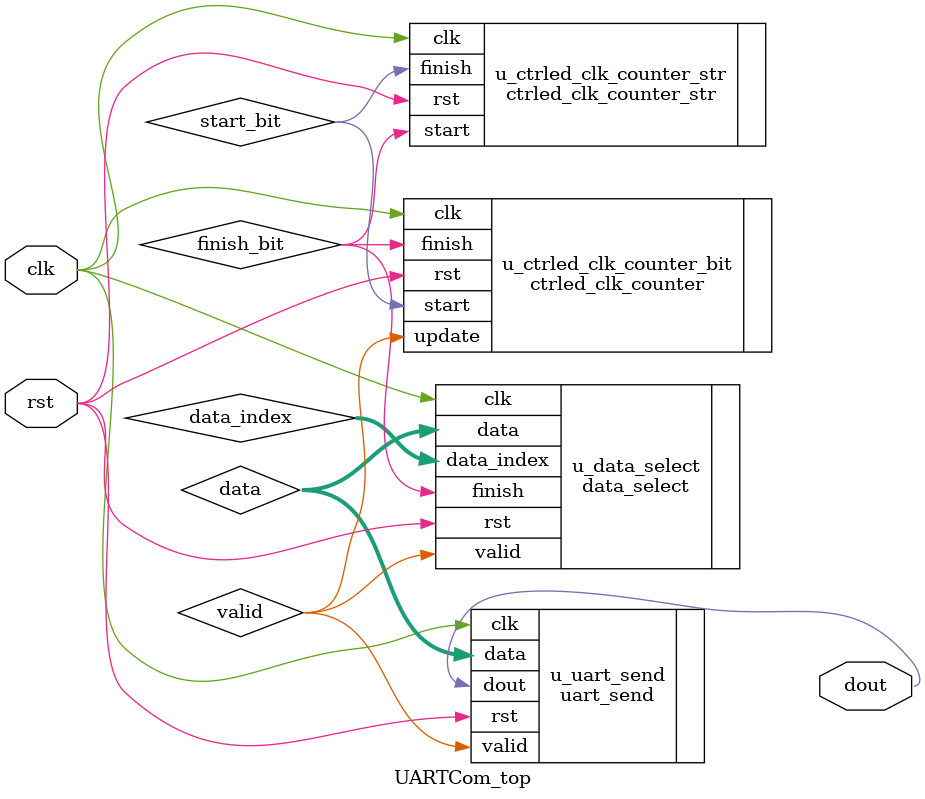
<source format=v>
module UARTCom_top(
    input clk,
    input rst,
    output dout  
);

    wire valid;

    wire start_bit;
    wire finish_bit ;

    ctrled_clk_counter #(
        .CNT_MAX(100000),
        .INIT(1)
    ) u_ctrled_clk_counter_bit(
        .clk(clk),
        .rst(rst),
        .start(start_bit),
        .finish(finish_bit),
        .update(valid)
    );

    ctrled_clk_counter_str #(
        .CNT_MAX(20000000),
        .INIT(0)
    ) u_ctrled_clk_counter_str(
        .clk(clk),
        .rst(rst),
        .start(finish_bit),
        .finish(start_bit)
    );

    wire [7:0] data;
    wire [3:0] data_index;

    data_select u_data_select(
        .clk(clk),
        .rst(rst),
        .valid(valid),
        .data_index(data_index),
        .finish(finish_bit),
        .data(data)
    );

    uart_send u_uart_send(
        .clk(clk),
        .rst(rst),
        .valid(valid),
        .data(data),
        .dout(dout)
    );

endmodule
</source>
